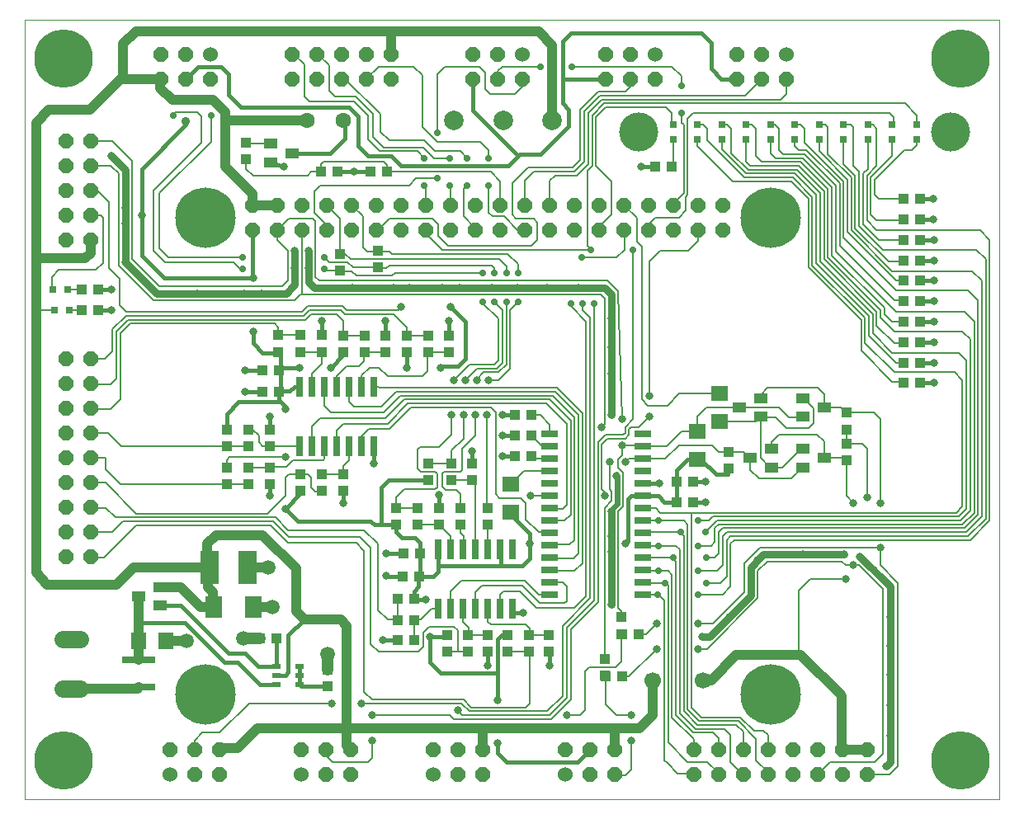
<source format=gtl>
G75*
%MOIN*%
%OFA0B0*%
%FSLAX25Y25*%
%IPPOS*%
%LPD*%
%AMOC8*
5,1,8,0,0,1.08239X$1,22.5*
%
%ADD10C,0.00394*%
%ADD11R,0.04331X0.03937*%
%ADD12R,0.03150X0.03150*%
%ADD13R,0.07098X0.06299*%
%ADD14R,0.03937X0.04331*%
%ADD15R,0.02600X0.08000*%
%ADD16OC8,0.06000*%
%ADD17C,0.06000*%
%ADD18R,0.06693X0.02559*%
%ADD19C,0.24409*%
%ADD20R,0.05512X0.03937*%
%ADD21R,0.07008X0.08504*%
%ADD22R,0.03543X0.02362*%
%ADD23R,0.13780X0.03150*%
%ADD24R,0.07480X0.13386*%
%ADD25R,0.06299X0.07087*%
%ADD26C,0.07050*%
%ADD27C,0.06299*%
%ADD28C,0.07874*%
%ADD29C,0.03150*%
%ADD30C,0.01575*%
%ADD31C,0.00787*%
%ADD32C,0.05906*%
%ADD33C,0.04724*%
%ADD34C,0.03937*%
%ADD35C,0.15748*%
%ADD36C,0.23622*%
%ADD37C,0.03150*%
%ADD38C,0.02362*%
%ADD39C,0.02775*%
%ADD40C,0.03543*%
%ADD41C,0.06693*%
D10*
X0002658Y0001600D02*
X0002658Y0316561D01*
X0396359Y0316561D01*
X0396359Y0001600D01*
X0002658Y0001600D01*
D11*
X0125099Y0047072D03*
X0125099Y0053765D03*
X0153146Y0065844D03*
X0159839Y0065844D03*
X0173328Y0067836D03*
X0173328Y0061143D03*
X0181469Y0061143D03*
X0181469Y0067836D03*
X0197753Y0067836D03*
X0197753Y0061143D03*
X0206288Y0061143D03*
X0206288Y0067836D03*
X0236910Y0058096D03*
X0236910Y0051403D03*
X0243603Y0068332D03*
X0243603Y0075025D03*
X0189666Y0112427D03*
X0189666Y0119120D03*
X0178643Y0119120D03*
X0178643Y0112427D03*
X0161320Y0112427D03*
X0161320Y0119120D03*
X0152658Y0119120D03*
X0152658Y0112427D03*
X0155587Y0100734D03*
X0162280Y0100734D03*
X0161887Y0091553D03*
X0155194Y0091553D03*
X0122737Y0126206D03*
X0122737Y0132899D03*
X0114076Y0132899D03*
X0114076Y0126206D03*
X0092816Y0128962D03*
X0092816Y0135655D03*
X0084154Y0135655D03*
X0084154Y0128962D03*
X0084154Y0144317D03*
X0084154Y0151009D03*
X0092816Y0151009D03*
X0092816Y0144317D03*
X0098627Y0166057D03*
X0105320Y0166057D03*
X0105320Y0174844D03*
X0098627Y0174844D03*
X0104926Y0182348D03*
X0104926Y0189041D03*
X0113839Y0189041D03*
X0113839Y0182348D03*
X0131359Y0182277D03*
X0131359Y0188970D03*
X0139824Y0188844D03*
X0139824Y0182151D03*
X0156965Y0182183D03*
X0156965Y0188876D03*
X0165485Y0188939D03*
X0165485Y0182246D03*
X0129824Y0215183D03*
X0129824Y0221876D03*
X0145178Y0223057D03*
X0145178Y0216364D03*
X0142225Y0255143D03*
X0148918Y0255143D03*
X0092028Y0260065D03*
X0092028Y0266757D03*
X0165650Y0137230D03*
X0165650Y0130537D03*
X0175099Y0130537D03*
X0175099Y0137230D03*
X0265847Y0129946D03*
X0272540Y0129946D03*
X0272540Y0121679D03*
X0265847Y0121679D03*
X0286910Y0135261D03*
X0286910Y0141954D03*
X0334548Y0145104D03*
X0334548Y0151009D03*
X0334548Y0157702D03*
X0334548Y0138411D03*
D12*
X0333367Y0268332D03*
X0333367Y0274238D03*
X0343209Y0274238D03*
X0343209Y0268332D03*
X0353052Y0268332D03*
X0353052Y0274238D03*
X0362894Y0274238D03*
X0362894Y0268332D03*
X0323524Y0268332D03*
X0323524Y0274238D03*
X0313682Y0274238D03*
X0313682Y0268332D03*
X0303839Y0268332D03*
X0303839Y0274238D03*
X0293997Y0274238D03*
X0293997Y0268332D03*
X0284154Y0268332D03*
X0284154Y0274238D03*
X0274312Y0274238D03*
X0274312Y0268332D03*
X0264469Y0268332D03*
X0264469Y0274238D03*
X0020572Y0199238D03*
X0014666Y0199238D03*
X0013879Y0207506D03*
X0019784Y0207506D03*
D13*
X0198855Y0128836D03*
X0198855Y0117639D03*
X0274312Y0138915D03*
X0274312Y0150112D03*
X0283367Y0154269D03*
X0283367Y0165466D03*
D14*
X0357580Y0169710D03*
X0364272Y0169710D03*
X0364272Y0177978D03*
X0357580Y0177978D03*
X0357580Y0186246D03*
X0364272Y0186246D03*
X0364272Y0194513D03*
X0357580Y0194513D03*
X0357580Y0202781D03*
X0364272Y0202781D03*
X0364272Y0211049D03*
X0357580Y0211049D03*
X0357580Y0219317D03*
X0364272Y0219317D03*
X0364272Y0227584D03*
X0357580Y0227584D03*
X0357580Y0235852D03*
X0364272Y0235852D03*
X0364272Y0244120D03*
X0357580Y0244120D03*
X0263879Y0257112D03*
X0257186Y0257112D03*
X0173879Y0188939D03*
X0173879Y0182246D03*
X0148359Y0182065D03*
X0148359Y0188757D03*
X0122769Y0189041D03*
X0122769Y0182348D03*
X0101477Y0151009D03*
X0101477Y0144317D03*
X0101477Y0135655D03*
X0101477Y0128962D03*
X0131398Y0126206D03*
X0131398Y0132899D03*
X0169981Y0119120D03*
X0169981Y0112427D03*
X0183367Y0130537D03*
X0183367Y0137230D03*
X0200493Y0140183D03*
X0207186Y0140183D03*
X0207186Y0148450D03*
X0200493Y0148450D03*
X0200493Y0156718D03*
X0207186Y0156718D03*
X0159839Y0082521D03*
X0153146Y0082521D03*
X0153146Y0073986D03*
X0159839Y0073986D03*
X0189611Y0067836D03*
X0189611Y0061143D03*
X0214430Y0061143D03*
X0214430Y0067836D03*
X0237107Y0051206D03*
X0243800Y0051206D03*
X0243800Y0068135D03*
X0250493Y0068135D03*
X0104430Y0066561D03*
X0097737Y0066561D03*
X0032383Y0199238D03*
X0025690Y0199238D03*
X0025690Y0207506D03*
X0032383Y0207506D03*
X0122146Y0255143D03*
X0128839Y0255143D03*
D15*
X0128729Y0168338D03*
X0133729Y0168338D03*
X0138729Y0168338D03*
X0143729Y0168338D03*
X0123729Y0168338D03*
X0118729Y0168338D03*
X0113729Y0168338D03*
X0113729Y0144138D03*
X0118729Y0144138D03*
X0123729Y0144138D03*
X0128729Y0144138D03*
X0133729Y0144138D03*
X0138729Y0144138D03*
X0143729Y0144138D03*
X0169666Y0102661D03*
X0174666Y0102661D03*
X0179666Y0102661D03*
X0184666Y0102661D03*
X0189666Y0102661D03*
X0194666Y0102661D03*
X0199666Y0102661D03*
X0199666Y0078461D03*
X0194666Y0078461D03*
X0189666Y0078461D03*
X0184666Y0078461D03*
X0179666Y0078461D03*
X0174666Y0078461D03*
X0169666Y0078461D03*
D16*
X0167461Y0021561D03*
X0177461Y0021561D03*
X0187461Y0021561D03*
X0187461Y0011561D03*
X0177461Y0011561D03*
X0134312Y0011561D03*
X0124312Y0011561D03*
X0124312Y0021561D03*
X0134312Y0021561D03*
X0114312Y0021561D03*
X0081162Y0021561D03*
X0071162Y0021561D03*
X0061162Y0021561D03*
X0071162Y0011561D03*
X0081162Y0011561D03*
X0029312Y0099395D03*
X0019312Y0099395D03*
X0019312Y0109395D03*
X0029312Y0109395D03*
X0029312Y0119395D03*
X0019312Y0119395D03*
X0019312Y0129395D03*
X0029312Y0129395D03*
X0029312Y0139395D03*
X0019312Y0139395D03*
X0019312Y0149395D03*
X0029312Y0149395D03*
X0029312Y0159395D03*
X0019312Y0159395D03*
X0019312Y0169395D03*
X0029312Y0169395D03*
X0029312Y0179395D03*
X0019312Y0179395D03*
X0019312Y0227663D03*
X0029312Y0227663D03*
X0029312Y0237663D03*
X0029312Y0247663D03*
X0019312Y0247663D03*
X0019312Y0237663D03*
X0019312Y0257663D03*
X0029312Y0257663D03*
X0029312Y0267663D03*
X0019312Y0267663D03*
X0057619Y0292663D03*
X0067619Y0292663D03*
X0077619Y0292663D03*
X0067619Y0302663D03*
X0057619Y0302663D03*
X0110611Y0302663D03*
X0110611Y0292663D03*
X0120611Y0292663D03*
X0130611Y0292663D03*
X0130611Y0302663D03*
X0120611Y0302663D03*
X0140611Y0302663D03*
X0150611Y0302663D03*
X0150611Y0292663D03*
X0140611Y0292663D03*
X0183603Y0292663D03*
X0183603Y0302663D03*
X0193603Y0302663D03*
X0193603Y0292663D03*
X0203603Y0292663D03*
X0237146Y0292663D03*
X0247146Y0292663D03*
X0247146Y0302663D03*
X0237146Y0302663D03*
X0257146Y0292663D03*
X0290296Y0292663D03*
X0290296Y0302663D03*
X0300296Y0302663D03*
X0300296Y0292663D03*
X0310296Y0292663D03*
X0284666Y0241639D03*
X0274666Y0241639D03*
X0264666Y0241639D03*
X0254666Y0241639D03*
X0244666Y0241639D03*
X0234666Y0241639D03*
X0224666Y0241639D03*
X0214666Y0241639D03*
X0204666Y0241639D03*
X0194666Y0241639D03*
X0184666Y0241639D03*
X0174666Y0241639D03*
X0164666Y0241639D03*
X0154666Y0241639D03*
X0144666Y0241639D03*
X0134666Y0241639D03*
X0124666Y0241639D03*
X0114666Y0241639D03*
X0104666Y0241639D03*
X0094666Y0241639D03*
X0094666Y0231639D03*
X0104666Y0231639D03*
X0114666Y0231639D03*
X0124666Y0231639D03*
X0134666Y0231639D03*
X0144666Y0231639D03*
X0154666Y0231639D03*
X0164666Y0231639D03*
X0174666Y0231639D03*
X0184666Y0231639D03*
X0194666Y0231639D03*
X0204666Y0231639D03*
X0214666Y0231639D03*
X0224666Y0231639D03*
X0234666Y0231639D03*
X0244666Y0231639D03*
X0254666Y0231639D03*
X0264666Y0231639D03*
X0274666Y0231639D03*
X0284666Y0231639D03*
X0282776Y0021561D03*
X0272776Y0021561D03*
X0272776Y0011561D03*
X0282776Y0011561D03*
X0292776Y0011561D03*
X0302776Y0011561D03*
X0302776Y0021561D03*
X0292776Y0021561D03*
X0312776Y0021561D03*
X0322776Y0021561D03*
X0322776Y0011561D03*
X0312776Y0011561D03*
X0332776Y0011561D03*
X0342776Y0011561D03*
X0342776Y0021561D03*
X0332776Y0021561D03*
X0241005Y0021561D03*
X0231005Y0021561D03*
X0221005Y0021561D03*
X0231005Y0011561D03*
X0241005Y0011561D03*
D17*
X0221005Y0011561D03*
X0167461Y0011561D03*
X0114312Y0011561D03*
X0061162Y0011561D03*
X0077619Y0302663D03*
X0203603Y0302663D03*
X0257146Y0302663D03*
X0310296Y0302663D03*
D18*
X0252312Y0149112D03*
X0252312Y0144112D03*
X0252312Y0139112D03*
X0252312Y0134112D03*
X0252312Y0129112D03*
X0252312Y0124112D03*
X0252312Y0119112D03*
X0252312Y0114112D03*
X0252312Y0109112D03*
X0252312Y0104112D03*
X0252312Y0099112D03*
X0252312Y0094112D03*
X0252312Y0089112D03*
X0252312Y0084112D03*
X0214674Y0084112D03*
X0214674Y0089112D03*
X0214674Y0094112D03*
X0214674Y0099112D03*
X0214674Y0104112D03*
X0214674Y0109112D03*
X0214674Y0114112D03*
X0214674Y0119112D03*
X0214674Y0124112D03*
X0214674Y0129112D03*
X0214674Y0134112D03*
X0214674Y0139112D03*
X0214674Y0144112D03*
X0214674Y0149112D03*
D19*
X0303839Y0236639D03*
X0075493Y0236639D03*
X0075493Y0043726D03*
X0303839Y0043726D03*
D20*
X0304233Y0135655D03*
X0295572Y0139395D03*
X0304233Y0143135D03*
X0316831Y0143135D03*
X0325493Y0139395D03*
X0316831Y0135655D03*
X0316831Y0156128D03*
X0316831Y0163608D03*
X0325493Y0159868D03*
X0299902Y0163608D03*
X0299902Y0156128D03*
X0291241Y0159868D03*
X0110532Y0262624D03*
X0101871Y0266364D03*
X0101871Y0258883D03*
X0057383Y0087230D03*
X0057383Y0079750D03*
X0048721Y0083490D03*
D21*
X0078918Y0079159D03*
X0094942Y0079159D03*
D22*
X0104430Y0055340D03*
X0104430Y0051600D03*
X0104430Y0047860D03*
X0113485Y0047860D03*
X0113485Y0051600D03*
X0113485Y0055340D03*
D23*
X0048721Y0057998D03*
X0048721Y0046777D03*
D24*
X0077265Y0095301D03*
X0092619Y0095301D03*
D25*
X0059745Y0065380D03*
X0048721Y0065380D03*
D26*
X0024825Y0066324D02*
X0017775Y0066324D01*
X0017775Y0046324D02*
X0024825Y0046324D01*
D27*
X0116517Y0276009D03*
X0131398Y0276009D03*
D28*
X0176044Y0276009D03*
X0195887Y0276009D03*
X0215729Y0276009D03*
D29*
X0251477Y0257112D03*
X0238091Y0207112D03*
X0226280Y0208293D03*
X0213682Y0208293D03*
X0201477Y0208293D03*
X0191241Y0208293D03*
X0178249Y0208293D03*
X0171162Y0208293D03*
X0174706Y0200419D03*
X0173918Y0194907D03*
X0157776Y0208293D03*
X0151477Y0208293D03*
X0154627Y0200419D03*
X0148328Y0194907D03*
X0134942Y0208293D03*
X0118406Y0209474D03*
X0110139Y0207899D03*
X0111713Y0216167D03*
X0117225Y0216167D03*
X0117225Y0223254D03*
X0111713Y0223254D03*
X0094784Y0212230D03*
X0091241Y0205931D03*
X0098328Y0205931D03*
X0094784Y0190576D03*
X0091635Y0174828D03*
X0091635Y0166167D03*
X0101477Y0156324D03*
X0107776Y0159080D03*
X0113682Y0176009D03*
X0126280Y0176009D03*
X0122737Y0194907D03*
X0156989Y0176009D03*
X0170769Y0176009D03*
X0175887Y0170891D03*
X0180611Y0170891D03*
X0185335Y0170891D03*
X0190060Y0170891D03*
X0189272Y0156718D03*
X0184548Y0156718D03*
X0179824Y0156718D03*
X0175099Y0156718D03*
X0183367Y0142151D03*
X0195572Y0140183D03*
X0195572Y0148450D03*
X0195572Y0156718D03*
X0206918Y0124112D03*
X0206595Y0104750D03*
X0203839Y0076797D03*
X0214469Y0055537D03*
X0193603Y0041364D03*
X0189666Y0055537D03*
X0177461Y0037427D03*
X0193603Y0024041D03*
X0221556Y0035458D03*
X0247540Y0035458D03*
X0247540Y0025222D03*
X0257776Y0062230D03*
X0257776Y0072466D03*
X0274706Y0072466D03*
X0276280Y0067348D03*
X0274706Y0062230D03*
X0287304Y0075222D03*
X0295965Y0083883D03*
X0298721Y0098057D03*
X0316831Y0100419D03*
X0333761Y0100419D03*
X0337304Y0096088D03*
X0340060Y0099631D03*
X0345572Y0094120D03*
X0352265Y0087427D03*
X0352265Y0075222D03*
X0352265Y0063411D03*
X0352265Y0051994D03*
X0352265Y0039395D03*
X0352265Y0027191D03*
X0350690Y0014986D03*
X0334154Y0090576D03*
X0348328Y0103175D03*
X0348328Y0121285D03*
X0342816Y0123647D03*
X0337304Y0121285D03*
X0369981Y0169710D03*
X0369981Y0177978D03*
X0369981Y0186246D03*
X0369981Y0194513D03*
X0369981Y0202781D03*
X0369981Y0211049D03*
X0369981Y0219317D03*
X0369981Y0227584D03*
X0369587Y0235852D03*
X0369587Y0244120D03*
X0255020Y0164592D03*
X0255020Y0156324D03*
X0243997Y0155143D03*
X0239666Y0156718D03*
X0235729Y0151994D03*
X0243997Y0144513D03*
X0245178Y0137820D03*
X0238879Y0137820D03*
X0241635Y0132309D03*
X0236910Y0124041D03*
X0239666Y0117742D03*
X0239666Y0107899D03*
X0245178Y0104750D03*
X0239666Y0101600D03*
X0239666Y0080340D03*
X0277461Y0121679D03*
X0277461Y0129946D03*
X0258957Y0129159D03*
X0239666Y0173647D03*
X0239666Y0184277D03*
X0239666Y0195694D03*
X0169981Y0124435D03*
X0143603Y0137033D03*
X0131398Y0121285D03*
X0107776Y0118923D03*
X0101477Y0124041D03*
X0107776Y0139789D03*
X0148721Y0100813D03*
X0148721Y0091757D03*
X0164469Y0082309D03*
X0166438Y0067348D03*
X0147146Y0065773D03*
X0138485Y0040183D03*
X0142816Y0035458D03*
X0142816Y0025222D03*
X0126674Y0040183D03*
X0037698Y0199238D03*
X0037698Y0207506D03*
X0043209Y0218529D03*
X0055808Y0205931D03*
X0072343Y0205931D03*
X0043209Y0234277D03*
X0043209Y0240576D03*
X0049902Y0237427D03*
X0043209Y0255931D03*
X0037698Y0261443D03*
X0107383Y0257112D03*
X0135729Y0255143D03*
D30*
X0128839Y0255143D01*
X0135729Y0255143D02*
X0142225Y0255143D01*
X0141241Y0261443D02*
X0150690Y0261443D01*
X0154627Y0257506D01*
X0197934Y0257506D01*
X0201871Y0261443D01*
X0183603Y0279710D01*
X0183603Y0292663D01*
X0202658Y0262230D02*
X0210926Y0262230D01*
X0222343Y0273647D01*
X0222343Y0280340D01*
X0219981Y0282702D01*
X0219981Y0292939D01*
X0220257Y0292663D01*
X0237146Y0292663D01*
X0219981Y0292939D02*
X0219981Y0307899D01*
X0223131Y0311049D01*
X0275887Y0311049D01*
X0279824Y0307112D01*
X0279824Y0296876D01*
X0284036Y0292663D01*
X0290296Y0292663D01*
X0257186Y0257112D02*
X0251477Y0257112D01*
X0202658Y0262230D02*
X0201871Y0261443D01*
X0141241Y0261443D02*
X0137304Y0265380D01*
X0137304Y0277584D01*
X0133761Y0281128D01*
X0090060Y0281128D01*
X0084942Y0286246D01*
X0084942Y0294513D01*
X0081792Y0297663D01*
X0072737Y0297663D01*
X0067737Y0292663D01*
X0067619Y0292663D01*
X0067619Y0275616D02*
X0067619Y0274041D01*
X0049902Y0256324D01*
X0049902Y0237427D01*
X0049902Y0221285D01*
X0058839Y0212348D01*
X0094666Y0212348D01*
X0094784Y0212230D01*
X0094666Y0212348D02*
X0094666Y0231639D01*
X0101871Y0258883D02*
X0107383Y0257112D01*
X0110532Y0262624D02*
X0125887Y0262624D01*
X0131792Y0268529D01*
X0131792Y0275616D01*
X0131398Y0276009D01*
X0174706Y0200419D02*
X0180611Y0194513D01*
X0180611Y0179553D01*
X0177461Y0176403D01*
X0171162Y0176403D01*
X0170769Y0176009D01*
X0156965Y0176033D02*
X0156965Y0182183D01*
X0148359Y0188757D02*
X0148359Y0194876D01*
X0131359Y0181088D02*
X0126280Y0176009D01*
X0113682Y0176009D02*
X0106485Y0176009D01*
X0105808Y0175222D02*
X0105808Y0181466D01*
X0104926Y0182348D02*
X0104493Y0181915D01*
X0098721Y0181915D01*
X0094784Y0185852D01*
X0094784Y0190576D01*
X0091650Y0174844D02*
X0091635Y0174828D01*
X0091650Y0174844D02*
X0098627Y0174844D01*
X0105808Y0175222D02*
X0105808Y0166545D01*
X0108548Y0166545D01*
X0108564Y0166561D02*
X0109745Y0166561D01*
X0111522Y0168338D01*
X0113729Y0168338D01*
X0105414Y0165962D02*
X0105414Y0162624D01*
X0106005Y0162033D01*
X0089076Y0162033D01*
X0084154Y0157112D01*
X0084154Y0151009D01*
X0101477Y0151009D02*
X0101477Y0156324D01*
X0107776Y0159080D02*
X0107776Y0160261D01*
X0106005Y0162033D01*
X0098627Y0166057D02*
X0091745Y0166057D01*
X0091635Y0166167D01*
X0122769Y0189041D02*
X0122769Y0194876D01*
X0173879Y0194868D02*
X0173879Y0188939D01*
X0195572Y0156718D02*
X0200493Y0156718D01*
X0200493Y0148450D02*
X0195572Y0148450D01*
X0195572Y0140183D02*
X0200493Y0140183D01*
X0183367Y0142151D02*
X0183367Y0137230D01*
X0169981Y0124435D02*
X0169981Y0119120D01*
X0165650Y0130537D02*
X0149706Y0130537D01*
X0146753Y0127584D01*
X0146753Y0112820D01*
X0146359Y0112427D01*
X0143800Y0112427D01*
X0142422Y0113805D01*
X0112894Y0113805D01*
X0107776Y0118923D01*
X0114076Y0125222D01*
X0114076Y0126206D01*
X0101477Y0124041D02*
X0101477Y0128962D01*
X0131398Y0126206D02*
X0131398Y0121285D01*
X0146359Y0112427D02*
X0152658Y0112427D01*
X0152658Y0109474D01*
X0155020Y0107112D01*
X0160139Y0107112D01*
X0162107Y0105143D01*
X0162107Y0100907D01*
X0162280Y0100734D01*
X0162280Y0091946D01*
X0161887Y0091553D02*
X0161713Y0091380D01*
X0161713Y0087427D01*
X0159839Y0085553D01*
X0159839Y0082521D01*
X0160052Y0082309D01*
X0164469Y0082309D01*
X0162076Y0091364D02*
X0167619Y0091364D01*
X0169666Y0093411D01*
X0169666Y0096088D01*
X0170060Y0095694D01*
X0195178Y0095694D01*
X0194784Y0096088D01*
X0194784Y0102543D01*
X0194666Y0102661D01*
X0195178Y0095694D02*
X0203446Y0095694D01*
X0206595Y0098844D01*
X0206595Y0104750D01*
X0206595Y0108687D01*
X0198855Y0116427D01*
X0198855Y0117639D01*
X0169666Y0102661D02*
X0169666Y0096088D01*
X0155587Y0100734D02*
X0148800Y0100734D01*
X0148721Y0100813D01*
X0148721Y0091757D02*
X0148926Y0091553D01*
X0155194Y0091553D01*
X0132580Y0070104D02*
X0131792Y0070891D01*
X0147146Y0065773D02*
X0153076Y0065773D01*
X0166438Y0067348D02*
X0166438Y0056718D01*
X0170769Y0052387D01*
X0193603Y0052387D01*
X0193603Y0041364D01*
X0193603Y0052387D02*
X0193603Y0066167D01*
X0195272Y0067836D01*
X0197753Y0067836D01*
X0189666Y0061088D02*
X0189666Y0055537D01*
X0172839Y0067348D02*
X0166438Y0067348D01*
X0199902Y0076403D02*
X0199902Y0078224D01*
X0199666Y0078461D01*
X0200296Y0076797D02*
X0199902Y0076403D01*
X0200296Y0076797D02*
X0203839Y0076797D01*
X0214469Y0061104D02*
X0214469Y0055537D01*
X0193603Y0024041D02*
X0193603Y0020104D01*
X0197146Y0016561D01*
X0226005Y0016561D01*
X0231005Y0021561D01*
X0245178Y0104750D02*
X0246359Y0105931D01*
X0246359Y0122860D01*
X0247611Y0124112D01*
X0252312Y0124112D01*
X0258493Y0124112D01*
X0260926Y0121679D01*
X0265847Y0121679D01*
X0265847Y0129946D01*
X0265847Y0134474D01*
X0270375Y0139002D01*
X0274225Y0139002D01*
X0274312Y0138915D01*
X0275580Y0138915D01*
X0281792Y0132702D01*
X0286603Y0132702D01*
X0286910Y0135261D01*
X0277461Y0129946D02*
X0272540Y0129946D01*
X0272540Y0121679D02*
X0277461Y0121679D01*
X0258957Y0129159D02*
X0252265Y0129159D01*
X0252312Y0129112D01*
X0143729Y0137159D02*
X0143603Y0137033D01*
X0143729Y0137159D02*
X0143729Y0144138D01*
X0065650Y0079946D02*
X0084942Y0060655D01*
X0091635Y0060655D01*
X0096950Y0055340D01*
X0104430Y0055340D01*
X0104430Y0066561D01*
X0108957Y0067742D02*
X0115454Y0074238D01*
X0108957Y0067742D02*
X0108957Y0052781D01*
X0107776Y0051600D01*
X0104430Y0051600D01*
X0104430Y0047860D02*
X0097540Y0047860D01*
X0088682Y0056718D01*
X0083367Y0056718D01*
X0067225Y0072860D01*
X0048721Y0072860D01*
X0057383Y0079750D02*
X0057580Y0079946D01*
X0065650Y0079946D01*
X0113485Y0055340D02*
X0113485Y0051600D01*
X0113485Y0047860D01*
X0114272Y0047072D01*
X0125099Y0047072D01*
X0037698Y0199238D02*
X0032383Y0199238D01*
X0032383Y0207506D02*
X0037698Y0207506D01*
X0364272Y0211049D02*
X0369981Y0211049D01*
X0369981Y0219317D02*
X0364272Y0219317D01*
X0364272Y0227584D02*
X0369981Y0227584D01*
X0369587Y0235852D02*
X0364272Y0235852D01*
X0364272Y0244120D02*
X0369587Y0244120D01*
X0369981Y0202781D02*
X0364272Y0202781D01*
X0364272Y0194513D02*
X0369981Y0194513D01*
X0369981Y0186246D02*
X0364272Y0186246D01*
X0364272Y0177978D02*
X0369981Y0177978D01*
X0369981Y0169710D02*
X0364272Y0169710D01*
D31*
X0357580Y0169710D02*
X0357186Y0170104D01*
X0353052Y0170104D01*
X0340454Y0182702D01*
X0340454Y0195301D01*
X0319194Y0216561D01*
X0319194Y0244120D01*
X0312107Y0251206D01*
X0288485Y0251206D01*
X0274312Y0265380D01*
X0274312Y0268332D01*
X0278249Y0267742D02*
X0278249Y0272466D01*
X0276477Y0274238D01*
X0274312Y0274238D01*
X0270375Y0276403D02*
X0272737Y0278765D01*
X0351871Y0278765D01*
X0353446Y0277191D01*
X0353446Y0274631D01*
X0353052Y0274238D01*
X0353052Y0268332D02*
X0353052Y0261443D01*
X0344391Y0252781D01*
X0344391Y0237820D01*
X0346753Y0235458D01*
X0357186Y0235458D01*
X0357580Y0235852D01*
X0357580Y0244120D02*
X0347540Y0244120D01*
X0345965Y0245694D01*
X0345965Y0251994D01*
X0357776Y0263805D01*
X0360926Y0263805D01*
X0362894Y0265773D01*
X0362894Y0268332D01*
X0362894Y0274238D02*
X0362894Y0277978D01*
X0358170Y0282702D01*
X0236517Y0282702D01*
X0231792Y0277978D01*
X0231792Y0257506D01*
X0229824Y0255537D01*
X0229824Y0225222D01*
X0231398Y0223647D01*
X0171162Y0223647D01*
X0164666Y0230143D01*
X0164666Y0231639D01*
X0167225Y0236246D02*
X0169587Y0233883D01*
X0169587Y0229159D01*
X0173524Y0225222D01*
X0207383Y0225222D01*
X0209745Y0227584D01*
X0209745Y0234671D01*
X0208170Y0236246D01*
X0201083Y0236246D01*
X0199509Y0237820D01*
X0199509Y0250419D01*
X0205808Y0256718D01*
X0223918Y0256718D01*
X0227068Y0259868D01*
X0227068Y0280340D01*
X0234154Y0287427D01*
X0245178Y0287427D01*
X0247146Y0289395D01*
X0247146Y0292663D01*
X0234942Y0285852D02*
X0228643Y0279553D01*
X0228643Y0259080D01*
X0224706Y0255143D01*
X0208170Y0255143D01*
X0204666Y0251639D01*
X0204666Y0241639D01*
X0196359Y0237033D02*
X0191635Y0237033D01*
X0190060Y0238608D01*
X0190060Y0249631D01*
X0194666Y0251324D02*
X0190847Y0255143D01*
X0148918Y0255143D01*
X0148918Y0257702D01*
X0147540Y0259080D01*
X0123131Y0259080D01*
X0122343Y0258293D01*
X0122343Y0255340D01*
X0122146Y0255143D01*
X0118406Y0255143D01*
X0116831Y0253569D01*
X0094784Y0253569D01*
X0092028Y0256324D01*
X0092028Y0260065D01*
X0092422Y0266364D02*
X0092028Y0266757D01*
X0092422Y0266364D02*
X0101871Y0266364D01*
X0119587Y0247269D02*
X0121950Y0249631D01*
X0157776Y0249631D01*
X0160532Y0252387D01*
X0169194Y0252387D01*
X0164666Y0249041D02*
X0164076Y0249631D01*
X0164666Y0249041D02*
X0164666Y0241639D01*
X0167225Y0236246D02*
X0149902Y0236246D01*
X0145296Y0231639D01*
X0144666Y0231639D01*
X0139272Y0237033D02*
X0139272Y0224435D01*
X0140847Y0222860D01*
X0144981Y0222860D01*
X0145178Y0223057D01*
X0145375Y0222860D01*
X0149902Y0222860D01*
X0150887Y0221876D01*
X0197737Y0221876D01*
X0201871Y0217742D01*
X0201871Y0214198D01*
X0197146Y0214198D02*
X0197146Y0216954D01*
X0194391Y0219710D01*
X0134154Y0219710D01*
X0131989Y0221876D01*
X0129824Y0221876D01*
X0129824Y0236246D01*
X0124666Y0241403D01*
X0124666Y0241639D01*
X0119587Y0238608D02*
X0119587Y0247269D01*
X0119587Y0238608D02*
X0124666Y0233529D01*
X0124666Y0231639D01*
X0119981Y0235065D02*
X0118800Y0236246D01*
X0109272Y0236246D01*
X0104666Y0231639D01*
X0104666Y0227545D01*
X0108957Y0223254D01*
X0108957Y0211049D01*
X0106595Y0208687D01*
X0056989Y0208687D01*
X0045965Y0219710D01*
X0045965Y0259474D01*
X0037776Y0267663D01*
X0029312Y0267663D01*
X0029312Y0257663D02*
X0037146Y0257663D01*
X0040454Y0254356D01*
X0040454Y0217348D01*
X0054627Y0203175D01*
X0111713Y0203175D01*
X0114076Y0205537D01*
X0114469Y0205537D01*
X0114469Y0231443D01*
X0114666Y0231639D01*
X0119981Y0235065D02*
X0119981Y0212624D01*
X0121556Y0211049D01*
X0238091Y0211049D01*
X0242422Y0206718D01*
X0243997Y0155143D01*
X0245178Y0151994D02*
X0248328Y0155143D01*
X0248328Y0223647D01*
X0249902Y0226797D02*
X0249902Y0236403D01*
X0244666Y0241639D01*
X0239666Y0237820D02*
X0239666Y0251206D01*
X0233367Y0257506D01*
X0233367Y0277191D01*
X0237304Y0281128D01*
X0261713Y0281128D01*
X0264076Y0278765D01*
X0264076Y0274631D01*
X0264469Y0274238D01*
X0268013Y0274828D02*
X0268013Y0278765D01*
X0270375Y0276403D02*
X0270375Y0245694D01*
X0269587Y0244907D01*
X0269587Y0239395D01*
X0266831Y0236639D01*
X0257383Y0236639D01*
X0254666Y0233923D01*
X0254666Y0231639D01*
X0249902Y0226797D02*
X0251871Y0224828D01*
X0251871Y0163017D01*
X0254233Y0160655D01*
X0262107Y0160655D01*
X0266831Y0165380D01*
X0283280Y0165380D01*
X0283367Y0165466D01*
X0277855Y0159868D02*
X0291241Y0159868D01*
X0307383Y0159868D01*
X0311320Y0155931D01*
X0316635Y0155931D01*
X0316831Y0156128D01*
X0321162Y0153569D02*
X0319194Y0151600D01*
X0310139Y0151600D01*
X0305808Y0155931D01*
X0300099Y0155931D01*
X0299902Y0156128D01*
X0298044Y0154269D01*
X0283367Y0154269D01*
X0277855Y0159868D02*
X0274312Y0156324D01*
X0274312Y0150112D01*
X0274225Y0150025D01*
X0268013Y0150025D01*
X0262099Y0144112D01*
X0254627Y0144112D01*
X0254225Y0144513D01*
X0254627Y0144112D02*
X0252312Y0144112D01*
X0251910Y0144513D01*
X0243997Y0144513D01*
X0243997Y0140576D01*
X0242422Y0139002D01*
X0242422Y0135458D01*
X0244391Y0133490D01*
X0244391Y0119710D01*
X0242422Y0117742D01*
X0242422Y0078765D01*
X0243603Y0077584D01*
X0243603Y0075025D01*
X0243603Y0068332D02*
X0243603Y0057112D01*
X0241241Y0054750D01*
X0230611Y0054750D01*
X0229036Y0053175D01*
X0229036Y0037427D01*
X0227068Y0035458D01*
X0221556Y0035458D01*
X0215257Y0033883D02*
X0223131Y0041757D01*
X0223131Y0070104D01*
X0234154Y0081128D01*
X0234154Y0145694D01*
X0237304Y0148844D01*
X0244391Y0148844D01*
X0245178Y0149631D01*
X0245178Y0151994D01*
X0246753Y0151206D02*
X0247540Y0151994D01*
X0250690Y0151994D01*
X0255020Y0156324D01*
X0255020Y0164592D02*
X0255020Y0218923D01*
X0259351Y0223254D01*
X0270769Y0223254D01*
X0274666Y0227151D01*
X0274666Y0231639D01*
X0264666Y0241639D02*
X0265650Y0242624D01*
X0265650Y0243332D01*
X0268800Y0246482D01*
X0268800Y0274041D01*
X0268013Y0274828D01*
X0264469Y0268332D02*
X0264469Y0257702D01*
X0263879Y0257112D01*
X0278249Y0267742D02*
X0293209Y0252781D01*
X0312894Y0252781D01*
X0320769Y0244907D01*
X0320769Y0217348D01*
X0342028Y0196088D01*
X0342028Y0185852D01*
X0353839Y0174041D01*
X0378249Y0174041D01*
X0381398Y0170891D01*
X0381398Y0119710D01*
X0379036Y0117348D01*
X0271950Y0117348D01*
X0271950Y0038608D01*
X0275887Y0034671D01*
X0291635Y0034671D01*
X0297146Y0029159D01*
X0301083Y0029159D01*
X0302776Y0027466D01*
X0302776Y0021561D01*
X0297934Y0017348D02*
X0297934Y0026009D01*
X0290847Y0033096D01*
X0275099Y0033096D01*
X0270375Y0037820D01*
X0270375Y0112624D01*
X0268800Y0114198D01*
X0258564Y0114198D01*
X0252398Y0114198D01*
X0252312Y0114112D01*
X0252674Y0109474D02*
X0252312Y0109112D01*
X0252674Y0109474D02*
X0267619Y0109474D01*
X0267225Y0109474D01*
X0268800Y0107899D01*
X0268800Y0037033D01*
X0274312Y0031521D01*
X0290060Y0031521D01*
X0292776Y0028805D01*
X0292776Y0021561D01*
X0297934Y0017348D02*
X0302776Y0012506D01*
X0302776Y0011561D01*
X0292776Y0011561D02*
X0292698Y0011561D01*
X0287698Y0016561D01*
X0287698Y0027584D01*
X0285335Y0029946D01*
X0273524Y0029946D01*
X0267225Y0036246D01*
X0267225Y0102387D01*
X0265650Y0103962D01*
X0258564Y0103962D01*
X0252461Y0103962D01*
X0252312Y0104112D01*
X0252438Y0099238D02*
X0252312Y0099112D01*
X0252438Y0099238D02*
X0264469Y0099238D01*
X0264076Y0099238D01*
X0265650Y0097663D01*
X0265650Y0035458D01*
X0272737Y0028372D01*
X0280611Y0028372D01*
X0282776Y0026206D01*
X0282776Y0021561D01*
X0278249Y0016561D02*
X0270375Y0016561D01*
X0262501Y0024435D01*
X0262501Y0088214D01*
X0261713Y0089002D01*
X0261320Y0089002D01*
X0252422Y0089002D01*
X0252312Y0089112D01*
X0252698Y0093726D02*
X0252312Y0094112D01*
X0252698Y0093726D02*
X0258564Y0093726D01*
X0262501Y0093726D01*
X0264076Y0092151D01*
X0264076Y0034671D01*
X0272776Y0025970D01*
X0272776Y0021561D01*
X0278249Y0016561D02*
X0282776Y0012033D01*
X0282776Y0011561D01*
X0272776Y0011561D02*
X0272501Y0011836D01*
X0266438Y0011836D01*
X0262107Y0016167D01*
X0260926Y0017348D01*
X0260926Y0081915D01*
X0258564Y0084277D01*
X0258170Y0084277D01*
X0252477Y0084277D01*
X0252312Y0084112D01*
X0257776Y0072466D02*
X0253446Y0068135D01*
X0250493Y0068135D01*
X0243800Y0068135D02*
X0243603Y0068332D01*
X0236910Y0058096D02*
X0236910Y0119317D01*
X0239666Y0122072D01*
X0239666Y0126009D01*
X0238879Y0126797D01*
X0238879Y0137820D01*
X0245178Y0137820D02*
X0246469Y0139112D01*
X0252312Y0139112D01*
X0261430Y0139112D01*
X0266831Y0144513D01*
X0280217Y0144513D01*
X0282973Y0141757D01*
X0286713Y0141757D01*
X0286910Y0141954D01*
X0293013Y0141954D01*
X0295572Y0139395D01*
X0295572Y0134671D01*
X0299115Y0131128D01*
X0312304Y0131128D01*
X0316831Y0135655D01*
X0314666Y0135655D01*
X0308564Y0135458D02*
X0304430Y0135458D01*
X0304233Y0135655D01*
X0303643Y0135655D01*
X0299902Y0139395D01*
X0299902Y0156128D01*
X0299902Y0163608D02*
X0299902Y0164986D01*
X0302658Y0167742D01*
X0322910Y0167742D01*
X0325493Y0165159D01*
X0325493Y0159868D01*
X0332383Y0159868D01*
X0334548Y0157702D01*
X0345769Y0157702D01*
X0348328Y0155143D01*
X0348328Y0121285D01*
X0342816Y0123647D02*
X0342816Y0143332D01*
X0341044Y0145104D01*
X0334548Y0145104D01*
X0334548Y0151009D01*
X0325493Y0146088D02*
X0322737Y0148844D01*
X0307383Y0148844D01*
X0304233Y0145694D01*
X0304233Y0143135D01*
X0304430Y0143332D01*
X0295572Y0139395D02*
X0295288Y0139112D01*
X0308564Y0135458D02*
X0316241Y0143135D01*
X0316831Y0143135D01*
X0325493Y0146088D02*
X0325493Y0139395D01*
X0333564Y0139395D01*
X0334548Y0138411D01*
X0334548Y0124041D01*
X0337304Y0121285D01*
X0337217Y0121372D01*
X0348328Y0103175D02*
X0348328Y0096088D01*
X0355414Y0089002D01*
X0355414Y0014986D01*
X0351989Y0011561D01*
X0342776Y0011561D01*
X0345965Y0016561D02*
X0327776Y0016561D01*
X0322776Y0011561D01*
X0345965Y0016561D02*
X0349115Y0019710D01*
X0349115Y0086639D01*
X0339666Y0096088D01*
X0337304Y0096088D01*
X0334154Y0096088D01*
X0332580Y0097663D01*
X0302658Y0097663D01*
X0298721Y0093726D01*
X0298721Y0082702D01*
X0278249Y0062230D01*
X0274706Y0062230D01*
X0274706Y0072466D02*
X0280611Y0072466D01*
X0293209Y0085065D01*
X0293209Y0096876D01*
X0299509Y0103175D01*
X0348328Y0103175D01*
X0334154Y0090576D02*
X0319981Y0090576D01*
X0315257Y0085852D01*
X0315257Y0059868D01*
X0332186Y0043726D02*
X0332580Y0044120D01*
X0287698Y0087427D02*
X0284548Y0084277D01*
X0274706Y0084277D01*
X0277855Y0089002D02*
X0283761Y0089002D01*
X0286123Y0091364D01*
X0286123Y0106324D01*
X0287698Y0107899D01*
X0383761Y0107899D01*
X0390847Y0114986D01*
X0390847Y0219710D01*
X0386910Y0223647D01*
X0349115Y0223647D01*
X0339666Y0233096D01*
X0339666Y0255143D01*
X0337304Y0257506D01*
X0337304Y0273254D01*
X0336320Y0274238D01*
X0333367Y0274238D01*
X0333367Y0268332D02*
X0333367Y0258293D01*
X0338091Y0253569D01*
X0338091Y0232309D01*
X0351477Y0218923D01*
X0357186Y0218923D01*
X0357580Y0219317D01*
X0353052Y0214986D02*
X0385335Y0214986D01*
X0389272Y0211049D01*
X0389272Y0115773D01*
X0382973Y0109474D01*
X0286123Y0109474D01*
X0284548Y0107899D01*
X0284548Y0096088D01*
X0282186Y0093726D01*
X0274706Y0093726D01*
X0277855Y0099238D02*
X0281398Y0099238D01*
X0282973Y0100813D01*
X0282973Y0109474D01*
X0284548Y0111049D01*
X0382186Y0111049D01*
X0387698Y0116561D01*
X0387698Y0203175D01*
X0383761Y0207112D01*
X0354627Y0207112D01*
X0333367Y0228372D01*
X0333367Y0251206D01*
X0317619Y0266954D01*
X0317619Y0272466D01*
X0316044Y0274041D01*
X0313879Y0274041D01*
X0313682Y0274238D01*
X0313682Y0268332D02*
X0313682Y0265380D01*
X0315257Y0263805D01*
X0318406Y0263805D01*
X0331792Y0250419D01*
X0331792Y0225222D01*
X0353839Y0203175D01*
X0357186Y0203175D01*
X0357580Y0202781D01*
X0354627Y0198450D02*
X0382186Y0198450D01*
X0386123Y0194513D01*
X0386123Y0117348D01*
X0381398Y0112624D01*
X0282973Y0112624D01*
X0281398Y0111049D01*
X0281398Y0105537D01*
X0279824Y0103962D01*
X0274706Y0103962D01*
X0277461Y0109474D02*
X0282186Y0114198D01*
X0380611Y0114198D01*
X0384548Y0118135D01*
X0384548Y0187427D01*
X0381398Y0190576D01*
X0353839Y0190576D01*
X0348328Y0196088D01*
X0348328Y0199238D01*
X0327068Y0220498D01*
X0327068Y0248057D01*
X0316044Y0259080D01*
X0300296Y0259080D01*
X0297934Y0261443D01*
X0297934Y0272466D01*
X0296162Y0274238D01*
X0293997Y0274238D01*
X0288091Y0272466D02*
X0288091Y0262624D01*
X0294784Y0255931D01*
X0314469Y0255931D01*
X0323918Y0246482D01*
X0323918Y0218923D01*
X0345178Y0197663D01*
X0345178Y0189789D01*
X0353052Y0181915D01*
X0379824Y0181915D01*
X0382973Y0178765D01*
X0382973Y0118923D01*
X0379824Y0115773D01*
X0280611Y0115773D01*
X0279036Y0114198D01*
X0274706Y0114198D01*
X0271950Y0117348D02*
X0259351Y0117348D01*
X0257587Y0119112D01*
X0252312Y0119112D01*
X0252312Y0129112D02*
X0252359Y0129159D01*
X0236910Y0125616D02*
X0235729Y0126797D01*
X0235729Y0144907D01*
X0238091Y0147269D01*
X0245178Y0147269D01*
X0246753Y0148844D01*
X0246753Y0151206D01*
X0252304Y0144120D02*
X0252312Y0144112D01*
X0236910Y0153175D02*
X0235729Y0151994D01*
X0236910Y0153175D02*
X0236910Y0203962D01*
X0235335Y0205537D01*
X0114469Y0205537D01*
X0116831Y0200813D02*
X0131005Y0200813D01*
X0132580Y0199238D01*
X0153446Y0199238D01*
X0154627Y0200419D01*
X0151477Y0197663D02*
X0156989Y0192151D01*
X0156989Y0188899D01*
X0156965Y0188876D01*
X0165422Y0188876D01*
X0165485Y0188939D01*
X0165485Y0182246D02*
X0173879Y0182246D01*
X0165485Y0182246D02*
X0165257Y0182017D01*
X0165257Y0174435D01*
X0163288Y0172466D01*
X0149115Y0172466D01*
X0145572Y0176009D01*
X0142028Y0176009D01*
X0138729Y0172710D01*
X0138729Y0168338D01*
X0133729Y0168338D02*
X0133729Y0162261D01*
X0135729Y0160261D01*
X0146753Y0160261D01*
X0152658Y0166167D01*
X0216831Y0166167D01*
X0226280Y0156718D01*
X0226280Y0100813D01*
X0224312Y0098844D01*
X0214942Y0098844D01*
X0214674Y0099112D01*
X0214674Y0104112D02*
X0214918Y0104356D01*
X0222737Y0104356D01*
X0224706Y0106324D01*
X0224706Y0155931D01*
X0216044Y0164592D01*
X0154233Y0164592D01*
X0147540Y0157899D01*
X0126280Y0157899D01*
X0123729Y0160450D01*
X0123729Y0168338D01*
X0118729Y0168338D02*
X0118729Y0173576D01*
X0122737Y0177584D01*
X0122737Y0182317D01*
X0122769Y0182348D01*
X0113839Y0182348D01*
X0113839Y0189041D02*
X0104926Y0189041D01*
X0104926Y0192246D01*
X0103446Y0193726D01*
X0045178Y0193726D01*
X0041241Y0189789D01*
X0041241Y0163017D01*
X0037304Y0159080D01*
X0029627Y0159080D01*
X0029312Y0159395D01*
X0029391Y0169317D02*
X0029312Y0169395D01*
X0029391Y0169317D02*
X0037304Y0169317D01*
X0039666Y0171679D01*
X0039666Y0190576D01*
X0044391Y0195301D01*
X0116044Y0195301D01*
X0118406Y0197663D01*
X0128643Y0197663D01*
X0131398Y0194907D01*
X0131398Y0189009D01*
X0131359Y0188970D01*
X0131485Y0188844D01*
X0139824Y0188844D01*
X0139824Y0182151D02*
X0139666Y0181994D01*
X0139666Y0178372D01*
X0137698Y0176403D01*
X0132580Y0176403D01*
X0128729Y0172553D01*
X0128729Y0168338D01*
X0143729Y0168338D02*
X0145369Y0168338D01*
X0145965Y0167742D01*
X0217619Y0167742D01*
X0227855Y0157506D01*
X0227855Y0096876D01*
X0224706Y0093726D01*
X0215060Y0093726D01*
X0214674Y0094112D01*
X0214682Y0094120D01*
X0214674Y0089112D02*
X0219871Y0089112D01*
X0221556Y0087427D01*
X0221556Y0081521D01*
X0220769Y0080734D01*
X0210532Y0080734D01*
X0203446Y0087820D01*
X0187422Y0087820D01*
X0184666Y0085065D01*
X0184666Y0078461D01*
X0189666Y0078461D02*
X0189666Y0073254D01*
X0190847Y0072072D01*
X0205020Y0072072D01*
X0206595Y0070498D01*
X0206595Y0068143D01*
X0206288Y0067836D01*
X0214430Y0067836D01*
X0214430Y0061143D02*
X0214469Y0061104D01*
X0206595Y0060836D02*
X0206595Y0040183D01*
X0205020Y0038608D01*
X0182973Y0038608D01*
X0179824Y0041757D01*
X0142816Y0041757D01*
X0139666Y0044907D01*
X0139666Y0101994D01*
X0136517Y0105143D01*
X0108957Y0105143D01*
X0101871Y0112230D01*
X0047540Y0112230D01*
X0034548Y0099238D01*
X0029469Y0099238D01*
X0029312Y0099395D01*
X0029312Y0109395D02*
X0038013Y0109395D01*
X0042422Y0113805D01*
X0103052Y0113805D01*
X0109351Y0107506D01*
X0138091Y0107506D01*
X0142422Y0103175D01*
X0142422Y0064198D01*
X0145572Y0061049D01*
X0161713Y0061049D01*
X0163682Y0063017D01*
X0163682Y0068923D01*
X0166044Y0071285D01*
X0175887Y0071285D01*
X0177461Y0069710D01*
X0177461Y0061143D01*
X0173328Y0061143D01*
X0177461Y0061143D02*
X0181469Y0061143D01*
X0181469Y0067836D02*
X0189611Y0067836D01*
X0189611Y0061143D02*
X0189666Y0061088D01*
X0197753Y0061143D02*
X0197934Y0060962D01*
X0197753Y0061143D02*
X0206288Y0061143D01*
X0206595Y0060836D01*
X0206288Y0061143D02*
X0206202Y0061057D01*
X0219981Y0071679D02*
X0219981Y0043332D01*
X0213682Y0037033D01*
X0182186Y0037033D01*
X0179036Y0040183D01*
X0138485Y0040183D01*
X0142816Y0035458D02*
X0174312Y0035458D01*
X0175887Y0033883D01*
X0215257Y0033883D01*
X0214469Y0035458D02*
X0179430Y0035458D01*
X0177461Y0037427D01*
X0159839Y0065844D02*
X0159839Y0073986D01*
X0159894Y0074041D01*
X0162501Y0074041D01*
X0166920Y0078461D01*
X0169666Y0078461D01*
X0174666Y0078461D02*
X0174666Y0085458D01*
X0178997Y0089789D01*
X0204627Y0089789D01*
X0210139Y0084277D01*
X0214509Y0084277D01*
X0214674Y0084112D01*
X0214784Y0089002D02*
X0214674Y0089112D01*
X0209351Y0078765D02*
X0202658Y0085458D01*
X0195965Y0085458D01*
X0194666Y0084159D01*
X0194666Y0078461D01*
X0181792Y0070891D02*
X0181792Y0068159D01*
X0181469Y0067836D01*
X0181792Y0070891D02*
X0179666Y0073017D01*
X0179666Y0078461D01*
X0173328Y0067836D02*
X0172839Y0067348D01*
X0153146Y0065844D02*
X0153076Y0065773D01*
X0153146Y0073986D02*
X0153146Y0082521D01*
X0153091Y0074041D02*
X0149115Y0074041D01*
X0145178Y0077978D01*
X0145178Y0104750D01*
X0139666Y0110261D01*
X0108957Y0110261D01*
X0103839Y0115380D01*
X0039272Y0115380D01*
X0035335Y0119317D01*
X0029391Y0119317D01*
X0029312Y0119395D01*
X0029312Y0129395D02*
X0035217Y0129395D01*
X0047658Y0116954D01*
X0100690Y0116954D01*
X0107776Y0124041D01*
X0107776Y0131521D01*
X0109154Y0132899D01*
X0114076Y0132899D01*
X0117028Y0132899D01*
X0118406Y0131521D01*
X0118406Y0127584D01*
X0119981Y0126009D01*
X0122540Y0126009D01*
X0122737Y0126206D01*
X0122737Y0132899D02*
X0131398Y0132899D01*
X0131398Y0136246D01*
X0133761Y0138608D01*
X0133761Y0144106D01*
X0133729Y0144138D01*
X0128729Y0144138D02*
X0128729Y0150506D01*
X0131398Y0153175D01*
X0149115Y0153175D01*
X0157383Y0161443D01*
X0213288Y0161443D01*
X0221556Y0153175D01*
X0221556Y0120498D01*
X0219981Y0118923D01*
X0214863Y0118923D01*
X0214674Y0119112D01*
X0214674Y0124112D02*
X0206918Y0124112D01*
X0205020Y0121285D02*
X0203052Y0123254D01*
X0194391Y0123254D01*
X0192816Y0124828D01*
X0192816Y0157899D01*
X0190847Y0159868D01*
X0158564Y0159868D01*
X0149902Y0151206D01*
X0141635Y0151206D01*
X0138729Y0148301D01*
X0138729Y0144138D01*
X0148328Y0155537D02*
X0155808Y0163017D01*
X0214469Y0163017D01*
X0223131Y0154356D01*
X0223131Y0116561D01*
X0220682Y0114112D01*
X0214674Y0114112D01*
X0214312Y0109474D02*
X0210139Y0109474D01*
X0205020Y0114592D01*
X0205020Y0121285D01*
X0198855Y0128836D02*
X0204131Y0134112D01*
X0214674Y0134112D01*
X0214674Y0139112D02*
X0208257Y0139112D01*
X0207186Y0140183D01*
X0211524Y0144112D02*
X0207186Y0148450D01*
X0211524Y0144112D02*
X0214674Y0144112D01*
X0214674Y0149112D02*
X0214674Y0152970D01*
X0210926Y0156718D01*
X0207186Y0156718D01*
X0189272Y0156718D02*
X0189272Y0119513D01*
X0189666Y0119120D01*
X0189666Y0112427D02*
X0189666Y0102661D01*
X0184666Y0102661D02*
X0184666Y0129238D01*
X0183367Y0130537D01*
X0175099Y0130537D01*
X0171950Y0133883D02*
X0178643Y0133883D01*
X0179430Y0134671D01*
X0179430Y0143332D01*
X0184548Y0148450D01*
X0184548Y0156718D01*
X0179824Y0156718D02*
X0179824Y0147269D01*
X0175099Y0142545D01*
X0175099Y0137230D01*
X0165650Y0137230D01*
X0168406Y0133883D02*
X0162501Y0133883D01*
X0161320Y0135065D01*
X0161320Y0142939D01*
X0162107Y0143726D01*
X0169981Y0143726D01*
X0175099Y0148844D01*
X0175099Y0156718D01*
X0175887Y0170891D02*
X0182186Y0177191D01*
X0192422Y0177191D01*
X0193997Y0178765D01*
X0193997Y0195694D01*
X0187698Y0201994D01*
X0187698Y0202387D01*
X0192422Y0202387D02*
X0195572Y0199238D01*
X0195572Y0177978D01*
X0193209Y0175616D01*
X0185335Y0175616D01*
X0180611Y0170891D01*
X0185335Y0170891D02*
X0185335Y0171285D01*
X0188091Y0174041D01*
X0193997Y0174041D01*
X0197146Y0177191D01*
X0197146Y0202387D01*
X0198721Y0199238D02*
X0201871Y0202387D01*
X0198721Y0199238D02*
X0198721Y0175616D01*
X0193997Y0170891D01*
X0190060Y0170891D01*
X0173879Y0194868D02*
X0173918Y0194907D01*
X0151477Y0197663D02*
X0131792Y0197663D01*
X0130217Y0199238D01*
X0117619Y0199238D01*
X0115257Y0196876D01*
X0043603Y0196876D01*
X0038091Y0191364D01*
X0038091Y0182545D01*
X0034942Y0179395D01*
X0029312Y0179395D01*
X0025690Y0199238D02*
X0020572Y0199238D01*
X0014666Y0199238D02*
X0007383Y0199238D01*
X0008170Y0202387D02*
X0007383Y0203962D01*
X0013682Y0207702D02*
X0013682Y0212624D01*
X0016438Y0215380D01*
X0031398Y0215380D01*
X0034154Y0218135D01*
X0034154Y0236639D01*
X0033131Y0237663D01*
X0029312Y0237663D01*
X0036517Y0242939D02*
X0036517Y0216167D01*
X0040847Y0211836D01*
X0040847Y0201206D01*
X0043603Y0198450D01*
X0114469Y0198450D01*
X0116831Y0200813D01*
X0122737Y0194907D02*
X0122769Y0194876D01*
X0131359Y0182277D02*
X0131359Y0181088D01*
X0139824Y0182151D02*
X0148272Y0182151D01*
X0148359Y0182065D01*
X0156965Y0176033D02*
X0156989Y0176009D01*
X0148359Y0194876D02*
X0148328Y0194907D01*
X0151083Y0213017D02*
X0136517Y0213017D01*
X0134548Y0214986D01*
X0130020Y0214986D01*
X0129824Y0215183D01*
X0124115Y0215183D01*
X0123524Y0215773D01*
X0125493Y0218529D02*
X0123524Y0220498D01*
X0125493Y0218529D02*
X0132973Y0218529D01*
X0135139Y0216364D01*
X0145178Y0216364D01*
X0145375Y0216167D01*
X0148721Y0216167D01*
X0149902Y0217348D01*
X0191241Y0217348D01*
X0192422Y0216167D01*
X0192422Y0214198D01*
X0187698Y0214198D02*
X0152265Y0214198D01*
X0151083Y0213017D01*
X0139272Y0237033D02*
X0134666Y0241639D01*
X0145965Y0263411D02*
X0161320Y0263411D01*
X0164076Y0260655D01*
X0168013Y0260655D02*
X0163682Y0264986D01*
X0147540Y0264986D01*
X0143209Y0269317D01*
X0143209Y0278372D01*
X0136123Y0285458D01*
X0127855Y0285458D01*
X0125493Y0287820D01*
X0125493Y0298057D01*
X0120887Y0302663D01*
X0120611Y0302663D01*
X0115650Y0298450D02*
X0115650Y0285458D01*
X0117619Y0283490D01*
X0135729Y0283490D01*
X0141241Y0277978D01*
X0141241Y0268135D01*
X0145965Y0263411D01*
X0149902Y0267742D02*
X0164076Y0267742D01*
X0168406Y0263411D01*
X0178643Y0263411D01*
X0181398Y0260655D01*
X0174312Y0260655D02*
X0168013Y0260655D01*
X0169194Y0267348D02*
X0186517Y0267348D01*
X0190060Y0263805D01*
X0190060Y0260655D01*
X0194666Y0251324D02*
X0194666Y0241639D01*
X0196359Y0237033D02*
X0201753Y0231639D01*
X0204666Y0231639D01*
X0214666Y0241639D02*
X0214666Y0251403D01*
X0216831Y0253569D01*
X0225493Y0253569D01*
X0230217Y0258293D01*
X0230217Y0278765D01*
X0235729Y0284277D01*
X0307934Y0284277D01*
X0310296Y0286639D01*
X0310296Y0292663D01*
X0300296Y0292663D02*
X0293485Y0285852D01*
X0234942Y0285852D01*
X0223524Y0297663D02*
X0264076Y0297663D01*
X0268013Y0293726D01*
X0268013Y0289789D01*
X0284154Y0274238D02*
X0286320Y0274238D01*
X0288091Y0272466D01*
X0284154Y0268332D02*
X0284154Y0264198D01*
X0293997Y0254356D01*
X0313682Y0254356D01*
X0322343Y0245694D01*
X0322343Y0218135D01*
X0343603Y0196876D01*
X0343603Y0189002D01*
X0354627Y0177978D01*
X0357580Y0177978D01*
X0357186Y0185852D02*
X0353839Y0185852D01*
X0346753Y0192939D01*
X0346753Y0198450D01*
X0325493Y0219710D01*
X0325493Y0247269D01*
X0315257Y0257506D01*
X0295572Y0257506D01*
X0293997Y0259080D01*
X0293997Y0268332D01*
X0303839Y0268332D02*
X0303839Y0262624D01*
X0305808Y0260655D01*
X0316831Y0260655D01*
X0328643Y0248844D01*
X0328643Y0221285D01*
X0349902Y0200025D01*
X0349902Y0197663D01*
X0353052Y0194513D01*
X0357580Y0194513D01*
X0354627Y0198450D02*
X0330217Y0222860D01*
X0330217Y0249631D01*
X0317619Y0262230D01*
X0308957Y0262230D01*
X0307383Y0263805D01*
X0307383Y0272466D01*
X0305611Y0274238D01*
X0303839Y0274238D01*
X0323524Y0274238D02*
X0326083Y0274238D01*
X0327068Y0273254D01*
X0327068Y0262230D01*
X0336517Y0252781D01*
X0336517Y0231521D01*
X0353052Y0214986D01*
X0354627Y0211049D02*
X0357580Y0211049D01*
X0354627Y0211049D02*
X0334942Y0230734D01*
X0334942Y0251994D01*
X0323524Y0263411D01*
X0323524Y0268332D01*
X0343209Y0268332D02*
X0343209Y0256324D01*
X0341241Y0254356D01*
X0341241Y0233883D01*
X0347540Y0227584D01*
X0357580Y0227584D01*
X0346753Y0231521D02*
X0342816Y0235458D01*
X0342816Y0253569D01*
X0346753Y0257506D01*
X0346753Y0272466D01*
X0345178Y0274041D01*
X0343406Y0274041D01*
X0343209Y0274238D01*
X0346753Y0231521D02*
X0388485Y0231521D01*
X0392422Y0227584D01*
X0392422Y0114198D01*
X0384548Y0106324D01*
X0289272Y0106324D01*
X0287698Y0104750D01*
X0287698Y0087427D01*
X0257776Y0062230D02*
X0246753Y0051206D01*
X0243800Y0051206D01*
X0237107Y0051206D02*
X0236910Y0051403D01*
X0237107Y0051206D02*
X0237107Y0039986D01*
X0241635Y0035458D01*
X0247540Y0035458D01*
X0247540Y0025222D02*
X0247540Y0013411D01*
X0245178Y0011049D01*
X0241517Y0011049D01*
X0241005Y0011561D01*
X0214469Y0035458D02*
X0221556Y0042545D01*
X0221556Y0070891D01*
X0232580Y0081915D01*
X0232580Y0201994D01*
X0227855Y0201994D02*
X0227855Y0199238D01*
X0231005Y0196088D01*
X0231005Y0082702D01*
X0219981Y0071679D01*
X0224706Y0078765D02*
X0229430Y0083490D01*
X0229430Y0194513D01*
X0223131Y0200813D01*
X0223131Y0201994D01*
X0227461Y0220498D02*
X0241635Y0220498D01*
X0244784Y0223647D01*
X0244784Y0231521D01*
X0244666Y0231639D01*
X0239666Y0237820D02*
X0234666Y0232820D01*
X0234666Y0231639D01*
X0184666Y0231639D02*
X0184666Y0232191D01*
X0179824Y0237033D01*
X0179824Y0248057D01*
X0181398Y0249631D01*
X0174666Y0249277D02*
X0174666Y0241639D01*
X0174666Y0249277D02*
X0174312Y0249631D01*
X0169194Y0267348D02*
X0163288Y0273254D01*
X0163288Y0294120D01*
X0159745Y0297663D01*
X0145572Y0297663D01*
X0140611Y0292702D01*
X0140611Y0292663D01*
X0132068Y0292663D02*
X0146359Y0278372D01*
X0146359Y0271285D01*
X0149902Y0267742D01*
X0169194Y0270891D02*
X0169194Y0294513D01*
X0172343Y0297663D01*
X0186123Y0297663D01*
X0188485Y0295301D01*
X0188485Y0288608D01*
X0190454Y0286639D01*
X0200690Y0286639D01*
X0203603Y0289553D01*
X0203603Y0292663D01*
X0210926Y0297663D02*
X0195572Y0297663D01*
X0193603Y0295694D01*
X0193603Y0292663D01*
X0132068Y0292663D02*
X0130611Y0292663D01*
X0115650Y0298450D02*
X0111438Y0302663D01*
X0110611Y0302663D01*
X0077855Y0277978D02*
X0077855Y0267348D01*
X0056989Y0246482D01*
X0056989Y0224041D01*
X0060532Y0220498D01*
X0090454Y0220498D01*
X0086910Y0218529D02*
X0059351Y0218529D01*
X0054627Y0223254D01*
X0054627Y0247663D01*
X0073918Y0266954D01*
X0073918Y0277584D01*
X0072343Y0279159D01*
X0063682Y0279159D01*
X0062501Y0277978D01*
X0031792Y0247663D02*
X0036517Y0242939D01*
X0031792Y0247663D02*
X0029312Y0247663D01*
X0025690Y0207506D02*
X0019784Y0207506D01*
X0013879Y0207506D02*
X0013682Y0207702D01*
X0029312Y0149395D02*
X0036359Y0149395D01*
X0041635Y0144120D01*
X0083957Y0144120D01*
X0084154Y0144317D01*
X0092816Y0144317D01*
X0097146Y0145694D02*
X0097146Y0148450D01*
X0094587Y0151009D01*
X0092816Y0151009D01*
X0097146Y0145694D02*
X0098721Y0144120D01*
X0101280Y0144120D01*
X0101477Y0144317D01*
X0113550Y0144317D01*
X0113729Y0144138D01*
X0118729Y0144138D02*
X0118729Y0152317D01*
X0121950Y0155537D01*
X0148328Y0155537D01*
X0168406Y0133883D02*
X0169194Y0133096D01*
X0169194Y0127584D01*
X0168406Y0126797D01*
X0155808Y0126797D01*
X0152658Y0123647D01*
X0152658Y0119120D01*
X0161320Y0119120D01*
X0161320Y0112427D02*
X0169981Y0112427D01*
X0174666Y0107742D01*
X0174666Y0102661D01*
X0179666Y0102661D02*
X0179824Y0102818D01*
X0179824Y0107899D01*
X0178643Y0109080D01*
X0178643Y0112427D01*
X0178643Y0119120D02*
X0178643Y0124828D01*
X0177068Y0126403D01*
X0172737Y0126403D01*
X0171162Y0127978D01*
X0171162Y0133096D01*
X0171950Y0133883D01*
X0214312Y0109474D02*
X0214674Y0109112D01*
X0236910Y0124041D02*
X0236910Y0125616D01*
X0224706Y0078765D02*
X0209351Y0078765D01*
X0162280Y0091946D02*
X0161887Y0091553D01*
X0162076Y0091364D01*
X0162280Y0100734D02*
X0161713Y0101301D01*
X0153091Y0074041D02*
X0153146Y0073986D01*
X0126674Y0040183D02*
X0093209Y0040183D01*
X0081398Y0028372D01*
X0074312Y0028372D01*
X0071162Y0025222D01*
X0071162Y0021561D01*
X0124312Y0021561D02*
X0124312Y0019317D01*
X0127068Y0016561D01*
X0141241Y0016561D01*
X0142816Y0018135D01*
X0142816Y0025222D01*
X0092816Y0128962D02*
X0084154Y0128962D01*
X0083957Y0128765D01*
X0041241Y0128765D01*
X0035217Y0134789D01*
X0035217Y0139395D01*
X0029312Y0139395D01*
X0084154Y0138608D02*
X0084154Y0135655D01*
X0084154Y0138608D02*
X0085335Y0139789D01*
X0107776Y0139789D01*
X0110926Y0138608D02*
X0108170Y0135852D01*
X0101674Y0135852D01*
X0101477Y0135655D01*
X0092816Y0135655D01*
X0110926Y0138608D02*
X0123131Y0138608D01*
X0123658Y0139135D01*
X0123658Y0144067D01*
X0123729Y0144138D01*
X0108548Y0166545D02*
X0108564Y0166561D01*
X0105808Y0166545D02*
X0105320Y0166057D01*
X0105414Y0165962D01*
X0105335Y0174828D02*
X0105320Y0174844D01*
X0106485Y0176009D01*
X0105808Y0175222D02*
X0105430Y0174844D01*
X0105320Y0174844D01*
X0105808Y0181466D02*
X0104926Y0182348D01*
X0090454Y0215773D02*
X0089666Y0215773D01*
X0086910Y0218529D01*
X0316831Y0163608D02*
X0317028Y0163608D01*
X0321162Y0159474D01*
X0321162Y0153569D01*
X0357186Y0185852D02*
X0357580Y0186246D01*
X0357186Y0186639D01*
D32*
X0125099Y0060261D03*
X0102658Y0079159D03*
X0090847Y0066561D03*
X0068013Y0065380D03*
X0101083Y0095301D03*
D33*
X0097737Y0066561D02*
X0090847Y0066561D01*
X0125099Y0060261D02*
X0125099Y0053765D01*
D34*
X0132580Y0070104D02*
X0132580Y0071679D01*
X0130217Y0074041D01*
X0115650Y0074041D01*
X0115454Y0074238D01*
X0112107Y0077584D01*
X0112107Y0094907D01*
X0098721Y0108293D01*
X0079824Y0108293D01*
X0076280Y0104750D01*
X0076280Y0095694D01*
X0076674Y0095301D01*
X0077265Y0095301D01*
X0046753Y0095301D01*
X0039666Y0088214D01*
X0011713Y0088214D01*
X0007383Y0093332D01*
X0007383Y0199238D01*
X0007383Y0203962D01*
X0007383Y0220104D01*
X0027068Y0220104D01*
X0029312Y0222348D01*
X0029312Y0227663D01*
X0007383Y0220104D02*
X0007383Y0274828D01*
X0012107Y0280340D01*
X0029036Y0280340D01*
X0041241Y0292545D01*
X0042422Y0292545D01*
X0042422Y0306718D01*
X0047540Y0311836D01*
X0149902Y0311836D01*
X0150611Y0311128D01*
X0150611Y0302663D01*
X0149902Y0311836D02*
X0210139Y0311836D01*
X0215729Y0306246D01*
X0215729Y0276009D01*
X0116517Y0276009D02*
X0084942Y0276009D01*
X0083761Y0277191D01*
X0083761Y0279159D01*
X0078643Y0284277D01*
X0062107Y0284277D01*
X0057383Y0289002D01*
X0057383Y0292427D01*
X0057619Y0292663D01*
X0057501Y0292545D01*
X0042422Y0292545D01*
X0083761Y0277191D02*
X0083761Y0257112D01*
X0094666Y0246206D01*
X0094666Y0241639D01*
X0104666Y0241639D01*
X0101083Y0095301D02*
X0092619Y0095301D01*
X0077265Y0095301D02*
X0076556Y0094592D01*
X0076556Y0087151D01*
X0078643Y0085065D01*
X0078643Y0079435D01*
X0078918Y0079159D01*
X0073524Y0079159D01*
X0065650Y0087033D01*
X0057580Y0087033D01*
X0057383Y0087230D01*
X0048721Y0083490D02*
X0048721Y0072860D01*
X0048721Y0065380D01*
X0048721Y0057998D01*
X0059745Y0065380D02*
X0068013Y0065380D01*
X0048721Y0046777D02*
X0048269Y0046324D01*
X0021300Y0046324D01*
X0081162Y0021561D02*
X0081674Y0022072D01*
X0088485Y0022072D01*
X0096753Y0030340D01*
X0132580Y0030340D01*
X0132580Y0023293D01*
X0134312Y0021561D01*
X0132580Y0030340D02*
X0132580Y0070104D01*
X0102658Y0079159D02*
X0094942Y0079159D01*
X0132580Y0030340D02*
X0187698Y0030340D01*
X0187698Y0021561D01*
X0187461Y0021561D01*
X0187698Y0030340D02*
X0242028Y0030340D01*
X0241005Y0029317D01*
X0241005Y0021561D01*
X0242028Y0030340D02*
X0251083Y0030340D01*
X0256202Y0035458D01*
X0256202Y0049631D01*
X0276674Y0049631D02*
X0279824Y0049631D01*
X0290060Y0059868D01*
X0315257Y0059868D01*
X0316044Y0059868D01*
X0332186Y0043726D01*
X0332580Y0043332D01*
X0332580Y0021757D01*
X0332776Y0021561D01*
X0342776Y0021561D01*
D35*
X0376674Y0271285D03*
X0250690Y0271285D03*
D36*
X0380611Y0300813D03*
X0380611Y0017348D03*
X0018406Y0017348D03*
X0018406Y0300813D03*
D37*
X0037698Y0261443D02*
X0043209Y0255931D01*
X0043209Y0218529D01*
X0055808Y0205931D01*
X0108170Y0205931D01*
X0111713Y0209474D01*
X0111713Y0223254D01*
X0117225Y0223254D02*
X0117225Y0210655D01*
X0119587Y0208293D01*
X0236910Y0208293D01*
X0239666Y0205537D01*
X0239666Y0156718D01*
X0239666Y0117742D02*
X0239666Y0080340D01*
X0276280Y0067348D02*
X0279430Y0067348D01*
X0295965Y0083883D01*
X0295965Y0095301D01*
X0301083Y0100419D01*
X0333761Y0100419D01*
X0340060Y0099631D02*
X0352265Y0087427D01*
X0352265Y0016561D01*
X0350690Y0014986D01*
D38*
X0239666Y0117742D02*
X0239666Y0118529D01*
X0242028Y0120891D01*
X0242028Y0132309D01*
X0241635Y0132702D01*
D39*
X0258564Y0114198D03*
X0267619Y0109474D03*
X0274706Y0114198D03*
X0277461Y0109474D03*
X0274706Y0103962D03*
X0277855Y0099238D03*
X0274706Y0093726D03*
X0277855Y0089002D03*
X0274706Y0084277D03*
X0261320Y0089002D03*
X0258564Y0093726D03*
X0264469Y0099238D03*
X0258564Y0103962D03*
X0258170Y0084277D03*
X0232580Y0201994D03*
X0227855Y0201994D03*
X0223131Y0201994D03*
X0201871Y0202387D03*
X0197146Y0202387D03*
X0192422Y0202387D03*
X0187698Y0202387D03*
X0187698Y0214198D03*
X0192422Y0214198D03*
X0197146Y0214198D03*
X0201871Y0214198D03*
X0227461Y0220498D03*
X0231398Y0223647D03*
X0248328Y0223647D03*
X0190060Y0249631D03*
X0181398Y0249631D03*
X0174312Y0249631D03*
X0169194Y0252387D03*
X0164076Y0249631D03*
X0164076Y0260655D03*
X0174312Y0260655D03*
X0181398Y0260655D03*
X0190060Y0260655D03*
X0169194Y0270891D03*
X0210926Y0297663D03*
X0223524Y0297663D03*
X0268013Y0289789D03*
X0268013Y0278765D03*
X0123524Y0220498D03*
X0123524Y0215773D03*
X0090454Y0215773D03*
X0090454Y0220498D03*
X0077855Y0277978D03*
X0062501Y0277978D03*
D40*
X0067619Y0275616D03*
D41*
X0256202Y0049631D03*
X0276674Y0049631D03*
M02*

</source>
